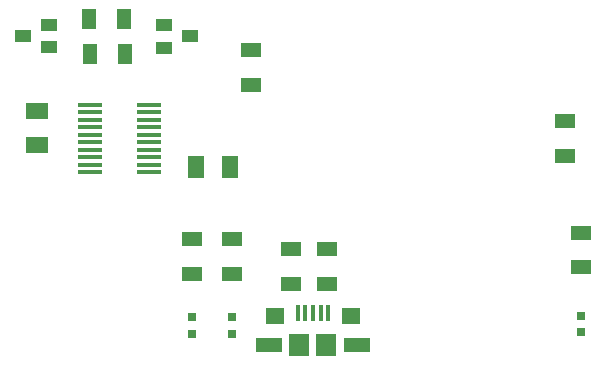
<source format=gtp>
G04*
G04 #@! TF.GenerationSoftware,Altium Limited,Altium Designer,20.1.12 (249)*
G04*
G04 Layer_Color=8421504*
%FSLAX44Y44*%
%MOMM*%
G71*
G04*
G04 #@! TF.SameCoordinates,2C1882C9-CBDB-4859-8E7C-5A4850A28F2A*
G04*
G04*
G04 #@! TF.FilePolarity,Positive*
G04*
G01*
G75*
%ADD16R,1.4000X1.0000*%
%ADD17R,1.2300X1.7700*%
G04:AMPARAMS|DCode=18|XSize=1.97mm|YSize=0.41mm|CornerRadius=0.0205mm|HoleSize=0mm|Usage=FLASHONLY|Rotation=180.000|XOffset=0mm|YOffset=0mm|HoleType=Round|Shape=RoundedRectangle|*
%AMROUNDEDRECTD18*
21,1,1.9700,0.3690,0,0,180.0*
21,1,1.9290,0.4100,0,0,180.0*
1,1,0.0410,-0.9645,0.1845*
1,1,0.0410,0.9645,0.1845*
1,1,0.0410,0.9645,-0.1845*
1,1,0.0410,-0.9645,-0.1845*
%
%ADD18ROUNDEDRECTD18*%
%ADD19R,1.3700X1.9100*%
%ADD20R,1.9100X1.3700*%
%ADD21R,1.7700X1.2300*%
%ADD22R,0.4000X1.3500*%
%ADD23R,1.6000X1.4000*%
%ADD24R,2.3000X1.3000*%
%ADD25R,1.8000X1.9000*%
%ADD26R,0.7620X0.7620*%
D16*
X202676Y291176D02*
D03*
Y272176D02*
D03*
X224676Y281676D02*
D03*
X83000Y282000D02*
D03*
X105000Y291500D02*
D03*
Y272500D02*
D03*
D17*
X168660Y296000D02*
D03*
X139340D02*
D03*
X140340Y267000D02*
D03*
X169660D02*
D03*
D18*
X189700Y223575D02*
D03*
Y217225D02*
D03*
Y210875D02*
D03*
Y204525D02*
D03*
Y198175D02*
D03*
Y191825D02*
D03*
Y185475D02*
D03*
Y179125D02*
D03*
Y172775D02*
D03*
Y166425D02*
D03*
X140300D02*
D03*
Y172775D02*
D03*
Y179125D02*
D03*
Y185475D02*
D03*
Y191825D02*
D03*
Y198175D02*
D03*
Y204525D02*
D03*
Y210875D02*
D03*
Y217225D02*
D03*
Y223575D02*
D03*
D19*
X258210Y171000D02*
D03*
X229790D02*
D03*
D20*
X95000Y218210D02*
D03*
Y189790D02*
D03*
D21*
X260000Y80340D02*
D03*
Y109660D02*
D03*
X226000D02*
D03*
Y80340D02*
D03*
X340440Y72050D02*
D03*
Y101370D02*
D03*
X310440Y72050D02*
D03*
Y101370D02*
D03*
X542400Y209669D02*
D03*
Y180349D02*
D03*
X556000Y115320D02*
D03*
Y86000D02*
D03*
X276000Y270000D02*
D03*
Y240680D02*
D03*
D22*
X315690Y46990D02*
D03*
X322190D02*
D03*
X328690D02*
D03*
X335190D02*
D03*
X341690D02*
D03*
D23*
X296690Y44740D02*
D03*
X360690D02*
D03*
D24*
X366190Y20240D02*
D03*
X291190D02*
D03*
D25*
X317190D02*
D03*
X340190D02*
D03*
D26*
X226000Y44000D02*
D03*
Y30030D02*
D03*
X260000Y44000D02*
D03*
Y30030D02*
D03*
X556000Y31015D02*
D03*
Y44985D02*
D03*
M02*

</source>
